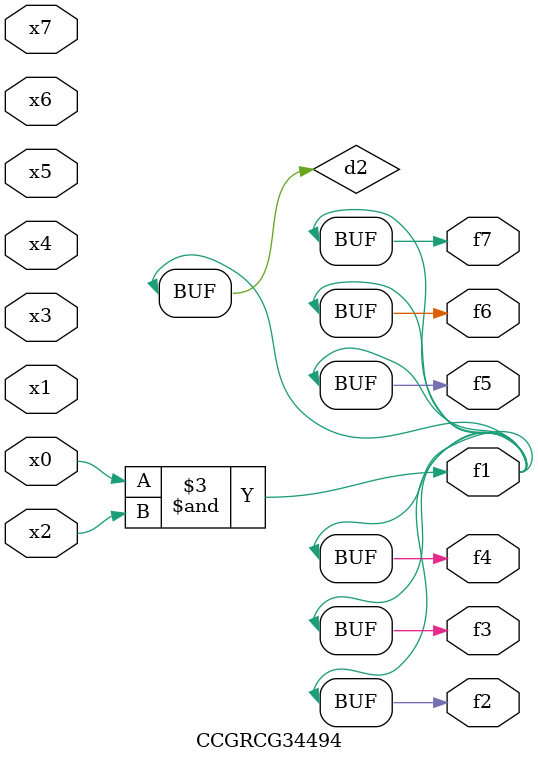
<source format=v>
module CCGRCG34494(
	input x0, x1, x2, x3, x4, x5, x6, x7,
	output f1, f2, f3, f4, f5, f6, f7
);

	wire d1, d2;

	nor (d1, x3, x6);
	and (d2, x0, x2);
	assign f1 = d2;
	assign f2 = d2;
	assign f3 = d2;
	assign f4 = d2;
	assign f5 = d2;
	assign f6 = d2;
	assign f7 = d2;
endmodule

</source>
